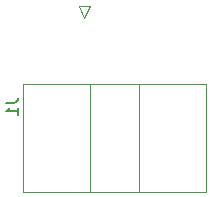
<source format=gbo>
G04 #@! TF.GenerationSoftware,KiCad,Pcbnew,5.1.9*
G04 #@! TF.CreationDate,2021-04-18T01:28:33+02:00*
G04 #@! TF.ProjectId,Signalsimulator,5369676e-616c-4736-996d-756c61746f72,rev?*
G04 #@! TF.SameCoordinates,Original*
G04 #@! TF.FileFunction,Legend,Bot*
G04 #@! TF.FilePolarity,Positive*
%FSLAX46Y46*%
G04 Gerber Fmt 4.6, Leading zero omitted, Abs format (unit mm)*
G04 Created by KiCad (PCBNEW 5.1.9) date 2021-04-18 01:28:33*
%MOMM*%
%LPD*%
G01*
G04 APERTURE LIST*
%ADD10C,0.120000*%
%ADD11C,0.150000*%
%ADD12C,1.800000*%
%ADD13R,1.800000X1.800000*%
%ADD14O,1.400000X1.400000*%
%ADD15C,1.400000*%
%ADD16C,1.700000*%
G04 APERTURE END LIST*
D10*
X30980000Y-33210000D02*
X30480000Y-34210000D01*
X29980000Y-33210000D02*
X30980000Y-33210000D01*
X30480000Y-34210000D02*
X29980000Y-33210000D01*
X40770000Y-39830000D02*
X25270000Y-39830000D01*
X40770000Y-48950000D02*
X40770000Y-39830000D01*
X25270000Y-48950000D02*
X40770000Y-48950000D01*
X25270000Y-39830000D02*
X25270000Y-48950000D01*
X35070000Y-39830000D02*
X35070000Y-48950000D01*
X30970000Y-39830000D02*
X30970000Y-48950000D01*
D11*
X23832380Y-41441666D02*
X24546666Y-41441666D01*
X24689523Y-41394047D01*
X24784761Y-41298809D01*
X24832380Y-41155952D01*
X24832380Y-41060714D01*
X24832380Y-42441666D02*
X24832380Y-41870238D01*
X24832380Y-42155952D02*
X23832380Y-42155952D01*
X23975238Y-42060714D01*
X24070476Y-41965476D01*
X24118095Y-41870238D01*
%LPC*%
D12*
X58420000Y-38100000D03*
D13*
X55880000Y-38100000D03*
X48260000Y-30480000D03*
D12*
X50800000Y-30480000D03*
X50800000Y-55880000D03*
D13*
X48260000Y-55880000D03*
X48260000Y-48260000D03*
D12*
X50800000Y-48260000D03*
X58420000Y-45720000D03*
D13*
X55880000Y-45720000D03*
X48260000Y-38100000D03*
D12*
X50800000Y-38100000D03*
D14*
X33020000Y-27940000D03*
D15*
X40640000Y-27940000D03*
X35560000Y-25400000D03*
D14*
X27940000Y-25400000D03*
D15*
X44450000Y-58420000D03*
D14*
X44450000Y-50800000D03*
X44450000Y-40640000D03*
D15*
X44450000Y-48260000D03*
D14*
X30480000Y-30480000D03*
D15*
X38100000Y-30480000D03*
G36*
G01*
X29880000Y-34710000D02*
X31080000Y-34710000D01*
G75*
G02*
X31330000Y-34960000I0J-250000D01*
G01*
X31330000Y-36160000D01*
G75*
G02*
X31080000Y-36410000I-250000J0D01*
G01*
X29880000Y-36410000D01*
G75*
G02*
X29630000Y-36160000I0J250000D01*
G01*
X29630000Y-34960000D01*
G75*
G02*
X29880000Y-34710000I250000J0D01*
G01*
G37*
D16*
X33020000Y-35560000D03*
X35560000Y-35560000D03*
X30480000Y-38100000D03*
X33020000Y-38100000D03*
X35560000Y-38100000D03*
M02*

</source>
